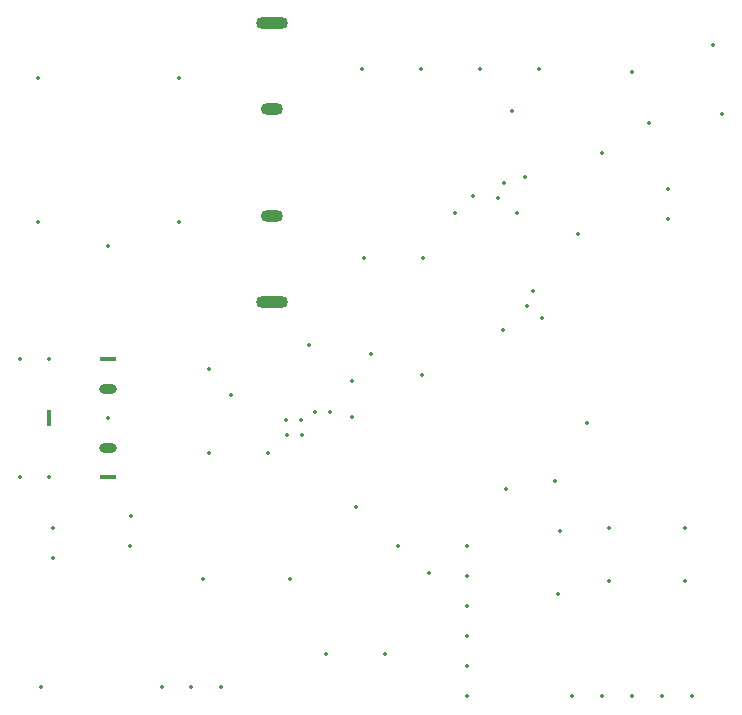
<source format=gbo>
%TF.GenerationSoftware,KiCad,Pcbnew,7.0.8-7.0.8~ubuntu20.04.1*%
%TF.CreationDate,2023-11-01T16:13:29+05:30*%
%TF.ProjectId,WLED_V0.1_panelized,574c4544-5f56-4302-9e31-5f70616e656c,rev?*%
%TF.SameCoordinates,Original*%
%TF.FileFunction,Legend,Bot*%
%TF.FilePolarity,Positive*%
%FSLAX46Y46*%
G04 Gerber Fmt 4.6, Leading zero omitted, Abs format (unit mm)*
G04 Created by KiCad (PCBNEW 7.0.8-7.0.8~ubuntu20.04.1) date 2023-11-01 16:13:29*
%MOMM*%
%LPD*%
G01*
G04 APERTURE LIST*
%ADD10C,0.350000*%
%ADD11O,0.400000X1.400000*%
%ADD12O,1.400000X0.400000*%
%ADD13O,1.500000X0.800000*%
%ADD14O,2.710000X1.020000*%
%ADD15O,1.870000X1.020000*%
G04 APERTURE END LIST*
D10*
X106680000Y-89281000D03*
X105410000Y-89281000D03*
X104267000Y-89916000D03*
X102997000Y-89916000D03*
X139904000Y-64022000D03*
X123190000Y-69342000D03*
X122152351Y-63775649D03*
X108535000Y-89676000D03*
X96470000Y-92724000D03*
X104902000Y-83566000D03*
X122505000Y-72399000D03*
X125983996Y-104648000D03*
X95962000Y-103392000D03*
X110186000Y-84342000D03*
X103074000Y-91200000D03*
X96470000Y-85612000D03*
X120912365Y-71137671D03*
X101431607Y-92715393D03*
X108560000Y-86628000D03*
X112472000Y-100598000D03*
X118822000Y-71002000D03*
X89739000Y-100598000D03*
X133692327Y-64806000D03*
X104344000Y-91200000D03*
X132284000Y-60466000D03*
X117298000Y-72399000D03*
X108916000Y-97296000D03*
X89866000Y-98058000D03*
X126188000Y-99328000D03*
X125744000Y-95073998D03*
X98298000Y-87797998D03*
X121362000Y-82296000D03*
X121412000Y-69850000D03*
X128469347Y-90179347D03*
X123902000Y-79008000D03*
X124664000Y-81294000D03*
X123398653Y-80273347D03*
X114504000Y-86120000D03*
X121616000Y-95772000D03*
X135332000Y-70372000D03*
X135332000Y-72912000D03*
X129744006Y-67324000D03*
X127712000Y-74182000D03*
X103328000Y-103392000D03*
X115062000Y-102870000D03*
X118314000Y-100598000D03*
X118314000Y-103138000D03*
X118314000Y-105678000D03*
X118314000Y-108218000D03*
X118314000Y-110758000D03*
X118314000Y-113298000D03*
X83262000Y-101614000D03*
X83262000Y-99074000D03*
X139142000Y-58180000D03*
X130304000Y-99110000D03*
X136804000Y-99110000D03*
X130304000Y-103610000D03*
X136804000Y-103610000D03*
X94946000Y-112536000D03*
X92446000Y-112536000D03*
X97446000Y-112536000D03*
X137364000Y-113298000D03*
X134824000Y-113298000D03*
X132284000Y-113298000D03*
X129744000Y-113298000D03*
X127204000Y-113298000D03*
X82943000Y-84803000D03*
X80443000Y-84803000D03*
X87943000Y-89803000D03*
X82943000Y-94803000D03*
X80443000Y-94803000D03*
D11*
X82943000Y-89803000D03*
D12*
X87943000Y-84803000D03*
D13*
X87943000Y-87303000D03*
D12*
X87943000Y-94803000D03*
D13*
X87943000Y-92303000D03*
D10*
X82246000Y-112536000D03*
X124447000Y-60211000D03*
X119447000Y-60211000D03*
X114447000Y-60211000D03*
X109447000Y-60211000D03*
X87948000Y-75189500D03*
X93948000Y-73189500D03*
X93948000Y-60989500D03*
X81948000Y-60989500D03*
X81948000Y-73189500D03*
X106405000Y-109742000D03*
X111405000Y-109742000D03*
D14*
X101804000Y-56308000D03*
D15*
X101804000Y-63578000D03*
X101804000Y-72658000D03*
D14*
X101804000Y-79928000D03*
D10*
X109596323Y-76214000D03*
X114596323Y-76214000D03*
M02*

</source>
